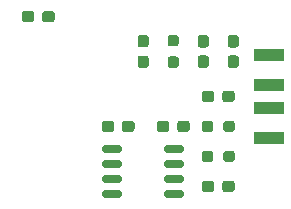
<source format=gbr>
%TF.GenerationSoftware,KiCad,Pcbnew,(5.1.8-0-10_14)*%
%TF.CreationDate,2020-12-28T16:55:12+08:00*%
%TF.ProjectId,HT42B534USB2UART,48543432-4235-4333-9455-534232554152,rev?*%
%TF.SameCoordinates,Original*%
%TF.FileFunction,Paste,Top*%
%TF.FilePolarity,Positive*%
%FSLAX46Y46*%
G04 Gerber Fmt 4.6, Leading zero omitted, Abs format (unit mm)*
G04 Created by KiCad (PCBNEW (5.1.8-0-10_14)) date 2020-12-28 16:55:12*
%MOMM*%
%LPD*%
G01*
G04 APERTURE LIST*
%ADD10R,2.500000X1.100000*%
G04 APERTURE END LIST*
%TO.C,C6*%
G36*
G01*
X87955000Y-90407500D02*
X87955000Y-89932500D01*
G75*
G02*
X88192500Y-89695000I237500J0D01*
G01*
X88792500Y-89695000D01*
G75*
G02*
X89030000Y-89932500I0J-237500D01*
G01*
X89030000Y-90407500D01*
G75*
G02*
X88792500Y-90645000I-237500J0D01*
G01*
X88192500Y-90645000D01*
G75*
G02*
X87955000Y-90407500I0J237500D01*
G01*
G37*
G36*
G01*
X86230000Y-90407500D02*
X86230000Y-89932500D01*
G75*
G02*
X86467500Y-89695000I237500J0D01*
G01*
X87067500Y-89695000D01*
G75*
G02*
X87305000Y-89932500I0J-237500D01*
G01*
X87305000Y-90407500D01*
G75*
G02*
X87067500Y-90645000I-237500J0D01*
G01*
X86467500Y-90645000D01*
G75*
G02*
X86230000Y-90407500I0J237500D01*
G01*
G37*
%TD*%
%TO.C,D1*%
G36*
G01*
X81042500Y-86710000D02*
X81517500Y-86710000D01*
G75*
G02*
X81755000Y-86947500I0J-237500D01*
G01*
X81755000Y-87522500D01*
G75*
G02*
X81517500Y-87760000I-237500J0D01*
G01*
X81042500Y-87760000D01*
G75*
G02*
X80805000Y-87522500I0J237500D01*
G01*
X80805000Y-86947500D01*
G75*
G02*
X81042500Y-86710000I237500J0D01*
G01*
G37*
G36*
G01*
X81042500Y-84960000D02*
X81517500Y-84960000D01*
G75*
G02*
X81755000Y-85197500I0J-237500D01*
G01*
X81755000Y-85772500D01*
G75*
G02*
X81517500Y-86010000I-237500J0D01*
G01*
X81042500Y-86010000D01*
G75*
G02*
X80805000Y-85772500I0J237500D01*
G01*
X80805000Y-85197500D01*
G75*
G02*
X81042500Y-84960000I237500J0D01*
G01*
G37*
%TD*%
%TO.C,C2*%
G36*
G01*
X83495000Y-92472500D02*
X83495000Y-92947500D01*
G75*
G02*
X83257500Y-93185000I-237500J0D01*
G01*
X82657500Y-93185000D01*
G75*
G02*
X82420000Y-92947500I0J237500D01*
G01*
X82420000Y-92472500D01*
G75*
G02*
X82657500Y-92235000I237500J0D01*
G01*
X83257500Y-92235000D01*
G75*
G02*
X83495000Y-92472500I0J-237500D01*
G01*
G37*
G36*
G01*
X85220000Y-92472500D02*
X85220000Y-92947500D01*
G75*
G02*
X84982500Y-93185000I-237500J0D01*
G01*
X84382500Y-93185000D01*
G75*
G02*
X84145000Y-92947500I0J237500D01*
G01*
X84145000Y-92472500D01*
G75*
G02*
X84382500Y-92235000I237500J0D01*
G01*
X84982500Y-92235000D01*
G75*
G02*
X85220000Y-92472500I0J-237500D01*
G01*
G37*
%TD*%
%TO.C,C3*%
G36*
G01*
X78822500Y-92472500D02*
X78822500Y-92947500D01*
G75*
G02*
X78585000Y-93185000I-237500J0D01*
G01*
X77985000Y-93185000D01*
G75*
G02*
X77747500Y-92947500I0J237500D01*
G01*
X77747500Y-92472500D01*
G75*
G02*
X77985000Y-92235000I237500J0D01*
G01*
X78585000Y-92235000D01*
G75*
G02*
X78822500Y-92472500I0J-237500D01*
G01*
G37*
G36*
G01*
X80547500Y-92472500D02*
X80547500Y-92947500D01*
G75*
G02*
X80310000Y-93185000I-237500J0D01*
G01*
X79710000Y-93185000D01*
G75*
G02*
X79472500Y-92947500I0J237500D01*
G01*
X79472500Y-92472500D01*
G75*
G02*
X79710000Y-92235000I237500J0D01*
G01*
X80310000Y-92235000D01*
G75*
G02*
X80547500Y-92472500I0J-237500D01*
G01*
G37*
%TD*%
%TO.C,R1*%
G36*
G01*
X88055000Y-92947500D02*
X88055000Y-92472500D01*
G75*
G02*
X88292500Y-92235000I237500J0D01*
G01*
X88792500Y-92235000D01*
G75*
G02*
X89030000Y-92472500I0J-237500D01*
G01*
X89030000Y-92947500D01*
G75*
G02*
X88792500Y-93185000I-237500J0D01*
G01*
X88292500Y-93185000D01*
G75*
G02*
X88055000Y-92947500I0J237500D01*
G01*
G37*
G36*
G01*
X86230000Y-92947500D02*
X86230000Y-92472500D01*
G75*
G02*
X86467500Y-92235000I237500J0D01*
G01*
X86967500Y-92235000D01*
G75*
G02*
X87205000Y-92472500I0J-237500D01*
G01*
X87205000Y-92947500D01*
G75*
G02*
X86967500Y-93185000I-237500J0D01*
G01*
X86467500Y-93185000D01*
G75*
G02*
X86230000Y-92947500I0J237500D01*
G01*
G37*
%TD*%
%TO.C,R3*%
G36*
G01*
X84057500Y-85935000D02*
X83582500Y-85935000D01*
G75*
G02*
X83345000Y-85697500I0J237500D01*
G01*
X83345000Y-85197500D01*
G75*
G02*
X83582500Y-84960000I237500J0D01*
G01*
X84057500Y-84960000D01*
G75*
G02*
X84295000Y-85197500I0J-237500D01*
G01*
X84295000Y-85697500D01*
G75*
G02*
X84057500Y-85935000I-237500J0D01*
G01*
G37*
G36*
G01*
X84057500Y-87760000D02*
X83582500Y-87760000D01*
G75*
G02*
X83345000Y-87522500I0J237500D01*
G01*
X83345000Y-87022500D01*
G75*
G02*
X83582500Y-86785000I237500J0D01*
G01*
X84057500Y-86785000D01*
G75*
G02*
X84295000Y-87022500I0J-237500D01*
G01*
X84295000Y-87522500D01*
G75*
G02*
X84057500Y-87760000I-237500J0D01*
G01*
G37*
%TD*%
%TO.C,R2*%
G36*
G01*
X88055000Y-95487500D02*
X88055000Y-95012500D01*
G75*
G02*
X88292500Y-94775000I237500J0D01*
G01*
X88792500Y-94775000D01*
G75*
G02*
X89030000Y-95012500I0J-237500D01*
G01*
X89030000Y-95487500D01*
G75*
G02*
X88792500Y-95725000I-237500J0D01*
G01*
X88292500Y-95725000D01*
G75*
G02*
X88055000Y-95487500I0J237500D01*
G01*
G37*
G36*
G01*
X86230000Y-95487500D02*
X86230000Y-95012500D01*
G75*
G02*
X86467500Y-94775000I237500J0D01*
G01*
X86967500Y-94775000D01*
G75*
G02*
X87205000Y-95012500I0J-237500D01*
G01*
X87205000Y-95487500D01*
G75*
G02*
X86967500Y-95725000I-237500J0D01*
G01*
X86467500Y-95725000D01*
G75*
G02*
X86230000Y-95487500I0J237500D01*
G01*
G37*
%TD*%
D10*
%TO.C,J1*%
X91950000Y-93670000D03*
X91950000Y-86670000D03*
X91950000Y-91170000D03*
X91950000Y-89170000D03*
%TD*%
%TO.C,C7*%
G36*
G01*
X87955000Y-98027500D02*
X87955000Y-97552500D01*
G75*
G02*
X88192500Y-97315000I237500J0D01*
G01*
X88792500Y-97315000D01*
G75*
G02*
X89030000Y-97552500I0J-237500D01*
G01*
X89030000Y-98027500D01*
G75*
G02*
X88792500Y-98265000I-237500J0D01*
G01*
X88192500Y-98265000D01*
G75*
G02*
X87955000Y-98027500I0J237500D01*
G01*
G37*
G36*
G01*
X86230000Y-98027500D02*
X86230000Y-97552500D01*
G75*
G02*
X86467500Y-97315000I237500J0D01*
G01*
X87067500Y-97315000D01*
G75*
G02*
X87305000Y-97552500I0J-237500D01*
G01*
X87305000Y-98027500D01*
G75*
G02*
X87067500Y-98265000I-237500J0D01*
G01*
X86467500Y-98265000D01*
G75*
G02*
X86230000Y-98027500I0J237500D01*
G01*
G37*
%TD*%
%TO.C,U1*%
G36*
G01*
X83080000Y-94765000D02*
X83080000Y-94465000D01*
G75*
G02*
X83230000Y-94315000I150000J0D01*
G01*
X84580000Y-94315000D01*
G75*
G02*
X84730000Y-94465000I0J-150000D01*
G01*
X84730000Y-94765000D01*
G75*
G02*
X84580000Y-94915000I-150000J0D01*
G01*
X83230000Y-94915000D01*
G75*
G02*
X83080000Y-94765000I0J150000D01*
G01*
G37*
G36*
G01*
X83080000Y-96035000D02*
X83080000Y-95735000D01*
G75*
G02*
X83230000Y-95585000I150000J0D01*
G01*
X84580000Y-95585000D01*
G75*
G02*
X84730000Y-95735000I0J-150000D01*
G01*
X84730000Y-96035000D01*
G75*
G02*
X84580000Y-96185000I-150000J0D01*
G01*
X83230000Y-96185000D01*
G75*
G02*
X83080000Y-96035000I0J150000D01*
G01*
G37*
G36*
G01*
X83080000Y-97305000D02*
X83080000Y-97005000D01*
G75*
G02*
X83230000Y-96855000I150000J0D01*
G01*
X84580000Y-96855000D01*
G75*
G02*
X84730000Y-97005000I0J-150000D01*
G01*
X84730000Y-97305000D01*
G75*
G02*
X84580000Y-97455000I-150000J0D01*
G01*
X83230000Y-97455000D01*
G75*
G02*
X83080000Y-97305000I0J150000D01*
G01*
G37*
G36*
G01*
X83080000Y-98575000D02*
X83080000Y-98275000D01*
G75*
G02*
X83230000Y-98125000I150000J0D01*
G01*
X84580000Y-98125000D01*
G75*
G02*
X84730000Y-98275000I0J-150000D01*
G01*
X84730000Y-98575000D01*
G75*
G02*
X84580000Y-98725000I-150000J0D01*
G01*
X83230000Y-98725000D01*
G75*
G02*
X83080000Y-98575000I0J150000D01*
G01*
G37*
G36*
G01*
X77830000Y-98575000D02*
X77830000Y-98275000D01*
G75*
G02*
X77980000Y-98125000I150000J0D01*
G01*
X79330000Y-98125000D01*
G75*
G02*
X79480000Y-98275000I0J-150000D01*
G01*
X79480000Y-98575000D01*
G75*
G02*
X79330000Y-98725000I-150000J0D01*
G01*
X77980000Y-98725000D01*
G75*
G02*
X77830000Y-98575000I0J150000D01*
G01*
G37*
G36*
G01*
X77830000Y-97305000D02*
X77830000Y-97005000D01*
G75*
G02*
X77980000Y-96855000I150000J0D01*
G01*
X79330000Y-96855000D01*
G75*
G02*
X79480000Y-97005000I0J-150000D01*
G01*
X79480000Y-97305000D01*
G75*
G02*
X79330000Y-97455000I-150000J0D01*
G01*
X77980000Y-97455000D01*
G75*
G02*
X77830000Y-97305000I0J150000D01*
G01*
G37*
G36*
G01*
X77830000Y-96035000D02*
X77830000Y-95735000D01*
G75*
G02*
X77980000Y-95585000I150000J0D01*
G01*
X79330000Y-95585000D01*
G75*
G02*
X79480000Y-95735000I0J-150000D01*
G01*
X79480000Y-96035000D01*
G75*
G02*
X79330000Y-96185000I-150000J0D01*
G01*
X77980000Y-96185000D01*
G75*
G02*
X77830000Y-96035000I0J150000D01*
G01*
G37*
G36*
G01*
X77830000Y-94765000D02*
X77830000Y-94465000D01*
G75*
G02*
X77980000Y-94315000I150000J0D01*
G01*
X79330000Y-94315000D01*
G75*
G02*
X79480000Y-94465000I0J-150000D01*
G01*
X79480000Y-94765000D01*
G75*
G02*
X79330000Y-94915000I-150000J0D01*
G01*
X77980000Y-94915000D01*
G75*
G02*
X77830000Y-94765000I0J150000D01*
G01*
G37*
%TD*%
%TO.C,C5*%
G36*
G01*
X86597500Y-86035000D02*
X86122500Y-86035000D01*
G75*
G02*
X85885000Y-85797500I0J237500D01*
G01*
X85885000Y-85197500D01*
G75*
G02*
X86122500Y-84960000I237500J0D01*
G01*
X86597500Y-84960000D01*
G75*
G02*
X86835000Y-85197500I0J-237500D01*
G01*
X86835000Y-85797500D01*
G75*
G02*
X86597500Y-86035000I-237500J0D01*
G01*
G37*
G36*
G01*
X86597500Y-87760000D02*
X86122500Y-87760000D01*
G75*
G02*
X85885000Y-87522500I0J237500D01*
G01*
X85885000Y-86922500D01*
G75*
G02*
X86122500Y-86685000I237500J0D01*
G01*
X86597500Y-86685000D01*
G75*
G02*
X86835000Y-86922500I0J-237500D01*
G01*
X86835000Y-87522500D01*
G75*
G02*
X86597500Y-87760000I-237500J0D01*
G01*
G37*
%TD*%
%TO.C,C4*%
G36*
G01*
X89137500Y-86035000D02*
X88662500Y-86035000D01*
G75*
G02*
X88425000Y-85797500I0J237500D01*
G01*
X88425000Y-85197500D01*
G75*
G02*
X88662500Y-84960000I237500J0D01*
G01*
X89137500Y-84960000D01*
G75*
G02*
X89375000Y-85197500I0J-237500D01*
G01*
X89375000Y-85797500D01*
G75*
G02*
X89137500Y-86035000I-237500J0D01*
G01*
G37*
G36*
G01*
X89137500Y-87760000D02*
X88662500Y-87760000D01*
G75*
G02*
X88425000Y-87522500I0J237500D01*
G01*
X88425000Y-86922500D01*
G75*
G02*
X88662500Y-86685000I237500J0D01*
G01*
X89137500Y-86685000D01*
G75*
G02*
X89375000Y-86922500I0J-237500D01*
G01*
X89375000Y-87522500D01*
G75*
G02*
X89137500Y-87760000I-237500J0D01*
G01*
G37*
%TD*%
%TO.C,C1*%
G36*
G01*
X72065000Y-83175000D02*
X72065000Y-83650000D01*
G75*
G02*
X71827500Y-83887500I-237500J0D01*
G01*
X71227500Y-83887500D01*
G75*
G02*
X70990000Y-83650000I0J237500D01*
G01*
X70990000Y-83175000D01*
G75*
G02*
X71227500Y-82937500I237500J0D01*
G01*
X71827500Y-82937500D01*
G75*
G02*
X72065000Y-83175000I0J-237500D01*
G01*
G37*
G36*
G01*
X73790000Y-83175000D02*
X73790000Y-83650000D01*
G75*
G02*
X73552500Y-83887500I-237500J0D01*
G01*
X72952500Y-83887500D01*
G75*
G02*
X72715000Y-83650000I0J237500D01*
G01*
X72715000Y-83175000D01*
G75*
G02*
X72952500Y-82937500I237500J0D01*
G01*
X73552500Y-82937500D01*
G75*
G02*
X73790000Y-83175000I0J-237500D01*
G01*
G37*
%TD*%
M02*

</source>
